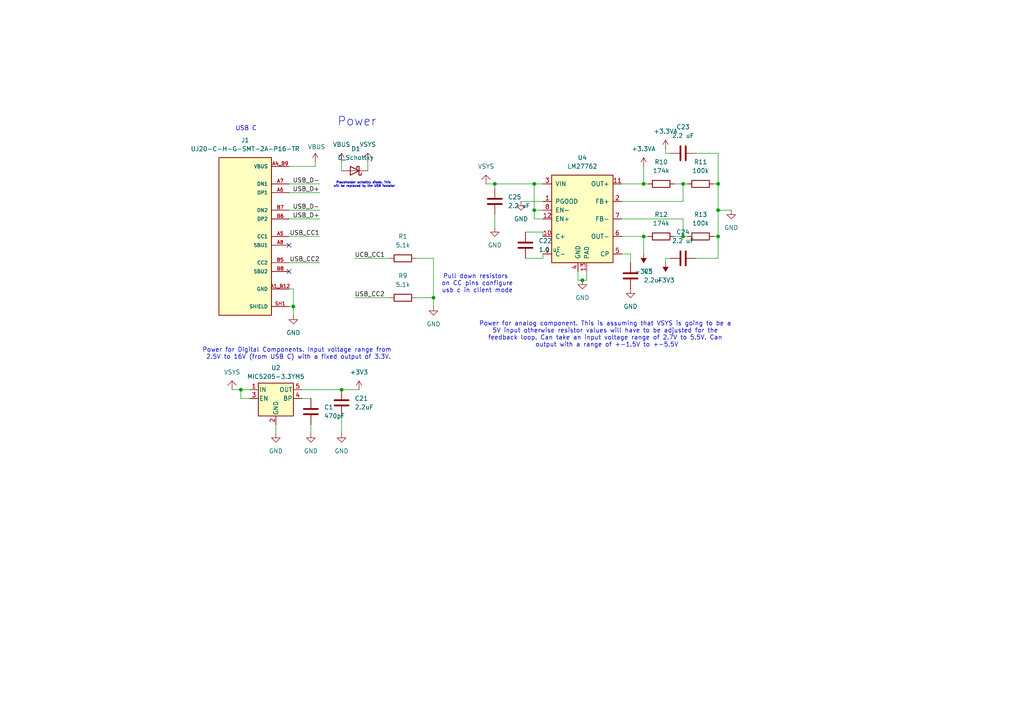
<source format=kicad_sch>
(kicad_sch (version 20250114) (generator "eeschema") (generator_version "9.0")
  (paper "A4")
  (lib_symbols
    (symbol "+3V3_3" (power) (pin_numbers (hide yes)) (pin_names (offset 0) (hide yes))
      (property "Value" "+3V3" (at 0 3.556 0))
      (symbol "+3V3_3_0_1"
        (polyline (pts (xy -0.762 1.27) (xy 0 2.54)))
        (polyline (pts (xy 0 2.54) (xy 0.762 1.27)))
        (polyline (pts (xy 0 0) (xy 0 2.54)))
      )
      (symbol "+3V3_3_1_1"
        (pin power_in line (at 0 0 90) (length 0) (name "~") (number "1"))
      )
    )
    (symbol "Device:C" (pin_numbers (hide yes)) (pin_names (offset 0.254))
      (property "Reference" "C" (at 0.635 2.54 0))
      (property "Value" "C" (at 0.635 -2.54 0))
      (symbol "C_0_1"
        (polyline (pts (xy -2.032 0.762) (xy 2.032 0.762)) (stroke (width 0.508)))
        (polyline (pts (xy -2.032 -0.762) (xy 2.032 -0.762)) (stroke (width 0.508)))
      )
      (symbol "C_1_1"
        (pin passive line (at 0 3.81 270) (length 2.794) (name "~") (number "1"))
        (pin passive line (at 0 -3.81 90) (length 2.794) (name "~") (number "2"))
      )
    )
    (symbol "Device:D_Schottky" (pin_numbers (hide yes)) (pin_names (offset 1.016) (hide yes))
      (property "Reference" "D" (at 0 2.54 0))
      (property "Value" "D_Schottky" (at 0 -2.54 0))
      (symbol "D_Schottky_0_1"
        (polyline (pts (xy -1.905 0.635) (xy -1.905 1.27) (xy -1.27 1.27) (xy -1.27 -1.27) (xy -0.635 -1.27) (xy -0.635 -0.635)) (stroke (width 0.254)))
        (polyline (pts (xy 1.27 1.27) (xy 1.27 -1.27) (xy -1.27 0) (xy 1.27 1.27)) (stroke (width 0.254)))
        (polyline (pts (xy 1.27 0) (xy -1.27 0)))
      )
      (symbol "D_Schottky_1_1"
        (pin passive line (at -3.81 0 0) (length 2.54) (name "K") (number "1"))
        (pin passive line (at 3.81 0 180) (length 2.54) (name "A") (number "2"))
      )
    )
    (symbol "Device:R" (pin_numbers (hide yes)) (pin_names (offset 0))
      (property "Reference" "R" (at 2.032 0 90))
      (property "Value" "R" (at 0 0 90))
      (symbol "R_0_1"
        (rectangle (start -1.016 -2.54) (end 1.016 2.54) (stroke (width 0.254)))
      )
      (symbol "R_1_1"
        (pin passive line (at 0 3.81 270) (length 1.27) (name "~") (number "1"))
        (pin passive line (at 0 -3.81 90) (length 1.27) (name "~") (number "2"))
      )
    )
    (symbol "GND_10" (power) (pin_numbers (hide yes)) (pin_names (offset 0) (hide yes))
      (property "Value" "GND" (at 0 -3.81 0))
      (symbol "GND_10_0_1"
        (polyline (pts (xy 0 0) (xy 0 -1.27) (xy 1.27 -1.27) (xy 0 -2.54) (xy -1.27 -1.27) (xy 0 -1.27)))
      )
      (symbol "GND_10_1_1"
        (pin power_in line (at 0 0 270) (length 0) (name "~") (number "1"))
      )
    )
    (symbol "GND_11" (power) (pin_numbers (hide yes)) (pin_names (offset 0) (hide yes))
      (property "Value" "GND" (at 0 -3.81 0))
      (symbol "GND_11_0_1"
        (polyline (pts (xy 0 0) (xy 0 -1.27) (xy 1.27 -1.27) (xy 0 -2.54) (xy -1.27 -1.27) (xy 0 -1.27)))
      )
      (symbol "GND_11_1_1"
        (pin power_in line (at 0 0 270) (length 0) (name "~") (number "1"))
      )
    )
    (symbol "GND_12" (power) (pin_numbers (hide yes)) (pin_names (offset 0) (hide yes))
      (property "Value" "GND" (at 0 -3.81 0))
      (symbol "GND_12_0_1"
        (polyline (pts (xy 0 0) (xy 0 -1.27) (xy 1.27 -1.27) (xy 0 -2.54) (xy -1.27 -1.27) (xy 0 -1.27)))
      )
      (symbol "GND_12_1_1"
        (pin power_in line (at 0 0 270) (length 0) (name "~") (number "1"))
      )
    )
    (symbol "GND_3" (power) (pin_numbers (hide yes)) (pin_names (offset 0) (hide yes))
      (property "Value" "GND" (at 0 -3.81 0))
      (symbol "GND_3_0_1"
        (polyline (pts (xy 0 0) (xy 0 -1.27) (xy 1.27 -1.27) (xy 0 -2.54) (xy -1.27 -1.27) (xy 0 -1.27)))
      )
      (symbol "GND_3_1_1"
        (pin power_in line (at 0 0 270) (length 0) (name "~") (number "1"))
      )
    )
    (symbol "GND_4" (power) (pin_numbers (hide yes)) (pin_names (offset 0) (hide yes))
      (property "Value" "GND" (at 0 -3.81 0))
      (symbol "GND_4_0_1"
        (polyline (pts (xy 0 0) (xy 0 -1.27) (xy 1.27 -1.27) (xy 0 -2.54) (xy -1.27 -1.27) (xy 0 -1.27)))
      )
      (symbol "GND_4_1_1"
        (pin power_in line (at 0 0 270) (length 0) (name "~") (number "1"))
      )
    )
    (symbol "GND_5" (power) (pin_numbers (hide yes)) (pin_names (offset 0) (hide yes))
      (property "Value" "GND" (at 0 -3.81 0))
      (symbol "GND_5_0_1"
        (polyline (pts (xy 0 0) (xy 0 -1.27) (xy 1.27 -1.27) (xy 0 -2.54) (xy -1.27 -1.27) (xy 0 -1.27)))
      )
      (symbol "GND_5_1_1"
        (pin power_in line (at 0 0 270) (length 0) (name "~") (number "1"))
      )
    )
    (symbol "GND_6" (power) (pin_numbers (hide yes)) (pin_names (offset 0) (hide yes))
      (property "Value" "GND" (at 0 -3.81 0))
      (symbol "GND_6_0_1"
        (polyline (pts (xy 0 0) (xy 0 -1.27) (xy 1.27 -1.27) (xy 0 -2.54) (xy -1.27 -1.27) (xy 0 -1.27)))
      )
      (symbol "GND_6_1_1"
        (pin power_in line (at 0 0 270) (length 0) (name "~") (number "1"))
      )
    )
    (symbol "GND_7" (power) (pin_numbers (hide yes)) (pin_names (offset 0) (hide yes))
      (property "Value" "GND" (at 0 -3.81 0))
      (symbol "GND_7_0_1"
        (polyline (pts (xy 0 0) (xy 0 -1.27) (xy 1.27 -1.27) (xy 0 -2.54) (xy -1.27 -1.27) (xy 0 -1.27)))
      )
      (symbol "GND_7_1_1"
        (pin power_in line (at 0 0 270) (length 0) (name "~") (number "1"))
      )
    )
    (symbol "GND_8" (power) (pin_numbers (hide yes)) (pin_names (offset 0) (hide yes))
      (property "Value" "GND" (at 0 -3.81 0))
      (symbol "GND_8_0_1"
        (polyline (pts (xy 0 0) (xy 0 -1.27) (xy 1.27 -1.27) (xy 0 -2.54) (xy -1.27 -1.27) (xy 0 -1.27)))
      )
      (symbol "GND_8_1_1"
        (pin power_in line (at 0 0 270) (length 0) (name "~") (number "1"))
      )
    )
    (symbol "GND_9" (power) (pin_numbers (hide yes)) (pin_names (offset 0) (hide yes))
      (property "Value" "GND" (at 0 -3.81 0))
      (symbol "GND_9_0_1"
        (polyline (pts (xy 0 0) (xy 0 -1.27) (xy 1.27 -1.27) (xy 0 -2.54) (xy -1.27 -1.27) (xy 0 -1.27)))
      )
      (symbol "GND_9_1_1"
        (pin power_in line (at 0 0 270) (length 0) (name "~") (number "1"))
      )
    )
    (symbol "Regulator_Linear:MIC5205-3.3YM5" (pin_names (offset 0.254))
      (property "Reference" "U" (at -3.81 5.715 0))
      (property "Value" "MIC5205-3.3YM5" (at 0 5.715 0))
      (symbol "MIC5205-3.3YM5_0_1"
        (rectangle (start -5.08 4.445) (end 5.08 -5.08) (stroke (width 0.254)) (fill (type background)))
      )
      (symbol "MIC5205-3.3YM5_1_1"
        (pin power_in line (at -7.62 2.54 0) (length 2.54) (name "IN") (number "1"))
        (pin input line (at -7.62 0 0) (length 2.54) (name "EN") (number "3"))
        (pin power_in line (at 0 -7.62 90) (length 2.54) (name "GND") (number "2"))
        (pin power_out line (at 7.62 2.54 180) (length 2.54) (name "OUT") (number "5"))
        (pin input line (at 7.62 0 180) (length 2.54) (name "BP") (number "4"))
      )
    )
    (symbol "Regulator_SwitchedCapacitor:LM27762" (pin_names (offset 1.016))
      (property "Reference" "U" (at -6.604 8.89 0))
      (property "Value" "LM27762" (at 6.096 8.89 0))
      (symbol "LM27762_0_1"
        (rectangle (start -7.62 7.62) (end 10.16 -17.78) (stroke (width 0.254)) (fill (type background)))
      )
      (symbol "LM27762_1_1"
        (pin power_in line (at -10.16 5.08 0) (length 2.54) (name "VIN") (number "3"))
        (pin open_collector line (at -10.16 0 0) (length 2.54) (name "PGOOD") (number "1"))
        (pin input line (at -10.16 -2.54 0) (length 2.54) (name "EN-") (number "8"))
        (pin input line (at -10.16 -5.08 0) (length 2.54) (name "EN+") (number "12"))
        (pin passive line (at -10.16 -10.16 0) (length 2.54) (name "C+") (number "10"))
        (pin passive line (at -10.16 -15.24 0) (length 2.54) (name "C-") (number "9"))
        (pin power_in line (at 0 -20.32 90) (length 2.54) (name "GND") (number "4"))
        (pin power_in line (at 2.54 -20.32 90) (length 2.54) (name "PAD") (number "13"))
        (pin power_out line (at 12.7 5.08 180) (length 2.54) (name "OUT+") (number "11"))
        (pin input line (at 12.7 0 180) (length 2.54) (name "FB+") (number "2"))
        (pin input line (at 12.7 -5.08 180) (length 2.54) (name "FB-") (number "7"))
        (pin power_out line (at 12.7 -10.16 180) (length 2.54) (name "OUT-") (number "6"))
        (pin passive line (at 12.7 -15.24 180) (length 2.54) (name "CP") (number "5"))
      )
    )
    (symbol "UJ20-C-H-G-SMT-1-P16-TR:UJ20-C-H-G-SMT-1-P16-TR" (pin_names (offset 1.016))
      (property "Reference" "J" (at -7.62 23.622 0))
      (property "Value" "UJ20-C-H-G-SMT-1-P16-TR" (at -7.62 -23.622 0))
      (symbol "UJ20-C-H-G-SMT-1-P16-TR_0_0"
        (rectangle (start -7.62 -22.86) (end 7.62 22.86) (stroke (width 0.254)) (fill (type background)))
        (pin passive line (at 12.7 20.32 180) (length 5.08) (name "VBUS") (number "A4_B9"))
        (pin passive line (at 12.7 20.32 180) (length 5.08) (hide yes) (name "VBUS") (number "B4_A9"))
        (pin passive line (at 12.7 15.24 180) (length 5.08) (name "DN1") (number "A7"))
        (pin passive line (at 12.7 12.7 180) (length 5.08) (name "DP1") (number "A6"))
        (pin passive line (at 12.7 7.62 180) (length 5.08) (name "DN2") (number "B7"))
        (pin passive line (at 12.7 5.08 180) (length 5.08) (name "DP2") (number "B6"))
        (pin passive line (at 12.7 0 180) (length 5.08) (name "CC1") (number "A5"))
        (pin passive line (at 12.7 -2.54 180) (length 5.08) (name "SBU1") (number "A8"))
        (pin passive line (at 12.7 -7.62 180) (length 5.08) (name "CC2") (number "B5"))
        (pin passive line (at 12.7 -10.16 180) (length 5.08) (name "SBU2") (number "B8"))
        (pin passive line (at 12.7 -15.24 180) (length 5.08) (name "GND") (number "A1_B12"))
        (pin passive line (at 12.7 -15.24 180) (length 5.08) (hide yes) (name "GND") (number "B1_A12"))
        (pin passive line (at 12.7 -20.32 180) (length 5.08) (name "SHIELD") (number "SH1"))
        (pin passive line (at 12.7 -20.32 180) (length 5.08) (hide yes) (name "SHIELD") (number "SH2"))
        (pin passive line (at 12.7 -20.32 180) (length 5.08) (hide yes) (name "SHIELD") (number "SH3"))
        (pin passive line (at 12.7 -20.32 180) (length 5.08) (hide yes) (name "SHIELD") (number "SH4"))
      )
    )
    (symbol "VBUS_1" (power) (pin_numbers (hide yes)) (pin_names (offset 0) (hide yes))
      (property "Value" "VBUS" (at 0 3.556 0))
      (symbol "VBUS_1_0_1"
        (polyline (pts (xy -0.762 1.27) (xy 0 2.54)))
        (polyline (pts (xy 0 2.54) (xy 0.762 1.27)))
        (polyline (pts (xy 0 0) (xy 0 2.54)))
      )
      (symbol "VBUS_1_1_1"
        (pin power_in line (at 0 0 90) (length 0) (name "~") (number "1"))
      )
    )
    (symbol "VSYS:VSYS" (power) (in_bom no) (on_board no)
      (property "Value" "VSYS" (at 0 0 0))
      (symbol "VSYS_0_1"
        (polyline (pts (xy 0 2.54) (xy -1.27 1.27)))
        (polyline (pts (xy 0 0) (xy 0 2.54) (xy 1.27 1.27)))
      )
      (symbol "VSYS_1_1"
        (pin power_in line (at 0 0 90) (length 0) (hide yes) (name "VSYS") (number "1"))
      )
    )
    (symbol "power:+3.3VA" (power) (pin_numbers (hide yes)) (pin_names (offset 0) (hide yes))
      (property "Value" "+3.3VA" (at 0 3.556 0))
      (symbol "+3.3VA_0_1"
        (polyline (pts (xy -0.762 1.27) (xy 0 2.54)))
        (polyline (pts (xy 0 2.54) (xy 0.762 1.27)))
        (polyline (pts (xy 0 0) (xy 0 2.54)))
      )
      (symbol "+3.3VA_1_1"
        (pin power_in line (at 0 0 90) (length 0) (name "~") (number "1"))
      )
    )
    (symbol "power:-3V3" (power) (pin_numbers (hide yes)) (pin_names (offset 0) (hide yes))
      (property "Value" "-3V3" (at 0 3.556 0))
      (symbol "-3V3_0_0"
        (pin power_in line (at 0 0 90) (length 0) (name "~") (number "1"))
      )
      (symbol "-3V3_0_1"
        (polyline (pts (xy 0 0) (xy 0 1.27) (xy 0.762 1.27) (xy 0 2.54) (xy -0.762 1.27) (xy 0 1.27)) (fill (type outline)))
      )
    )
    (symbol "power:VBUS" (power) (pin_names (offset 0))
      (property "Value" "VBUS" (at 0 3.81 0))
      (symbol "VBUS_0_1"
        (polyline (pts (xy -0.762 1.27) (xy 0 2.54)))
        (polyline (pts (xy 0 2.54) (xy 0.762 1.27)))
        (polyline (pts (xy 0 0) (xy 0 2.54)))
      )
      (symbol "VBUS_1_1"
        (pin power_in line (at 0 0 90) (length 0) (hide yes) (name "VBUS") (number "1"))
      )
    )
  )
  (text "Pull down resistors \non CC pins configure\nusb c in client mode" (at 138.43 82.296 0) (effects (font (size 1.27 1.27))))
  (text "USB C" (at 71.374 37.338 0) (effects (font (size 1.27 1.27))))
  (text "Power for analog component. This is assuming that VSYS is going to be a \n5V input otherwise resistor values will have to be adjusted for the \nfeedback loop. Can take an input voltage range of 2.7V to 5.5V. Can \noutput with a range of +-1.5V to +-5.5V" (at 176.022 97.028 0) (effects (font (size 1.27 1.27))))
  (text "Power for Digital Components. Input voltage range from \n2.5V to 16V (from USB C) with a fixed output of 3.3V.\n" (at 86.614 102.616 0) (effects (font (size 1.27 1.27))))
  (text "Placeholder schottky diode. This \nwill be replaced by the USB isolator" (at 105.664 53.594 0) (effects (font (size 0.635 0.635))))
  (text "Power" (at 97.79 36.83 0) (effects (font (size 2.54 2.54)) (justify left bottom)))
  (junction (at 208.28 53.34))
  (junction (at 168.91 81.28))
  (junction (at 186.69 53.34))
  (junction (at 125.73 86.36))
  (junction (at 85.09 88.9))
  (junction (at 186.69 68.58))
  (junction (at 99.06 113.03))
  (junction (at 69.85 113.03))
  (junction (at 198.12 53.34))
  (junction (at 208.28 60.96))
  (junction (at 208.28 68.58))
  (junction (at 143.51 53.34))
  (junction (at 154.94 53.34))
  (junction (at 198.12 68.58))
  (junction (at 154.94 60.96))
  (no_connect (at 83.82 78.74))
  (no_connect (at 83.82 71.12))
  (wire (pts (xy 72.39 115.57) (xy 69.85 115.57)))
  (wire (pts (xy 180.34 63.5) (xy 198.12 63.5)))
  (wire (pts (xy 208.28 60.96) (xy 212.09 60.96)))
  (wire (pts (xy 69.85 115.57) (xy 69.85 113.03)))
  (wire (pts (xy 85.09 88.9) (xy 83.82 88.9)))
  (wire (pts (xy 198.12 63.5) (xy 198.12 68.58)))
  (wire (pts (xy 157.48 60.96) (xy 154.94 60.96)))
  (wire (pts (xy 83.82 48.26) (xy 91.44 48.26)))
  (wire (pts (xy 208.28 74.93) (xy 208.28 68.58)))
  (wire (pts (xy 83.82 60.96) (xy 92.71 60.96)))
  (wire (pts (xy 193.04 76.2) (xy 193.04 74.93)))
  (wire (pts (xy 125.73 74.93) (xy 125.73 86.36)))
  (wire (pts (xy 193.04 44.45) (xy 194.31 44.45)))
  (wire (pts (xy 195.58 68.58) (xy 198.12 68.58)))
  (wire (pts (xy 157.48 67.31) (xy 152.4 67.31)))
  (wire (pts (xy 154.94 63.5) (xy 154.94 60.96)))
  (wire (pts (xy 193.04 74.93) (xy 194.31 74.93)))
  (wire (pts (xy 198.12 53.34) (xy 199.39 53.34)))
  (wire (pts (xy 154.94 60.96) (xy 154.94 53.34)))
  (wire (pts (xy 195.58 53.34) (xy 198.12 53.34)))
  (wire (pts (xy 83.82 68.58) (xy 92.71 68.58)))
  (wire (pts (xy 83.82 63.5) (xy 92.71 63.5)))
  (wire (pts (xy 198.12 58.42) (xy 198.12 53.34)))
  (wire (pts (xy 186.69 68.58) (xy 186.69 73.66)))
  (wire (pts (xy 125.73 86.36) (xy 125.73 88.9)))
  (wire (pts (xy 83.82 53.34) (xy 92.71 53.34)))
  (wire (pts (xy 180.34 68.58) (xy 186.69 68.58)))
  (wire (pts (xy 167.64 78.74) (xy 167.64 81.28)))
  (wire (pts (xy 180.34 53.34) (xy 186.69 53.34)))
  (wire (pts (xy 83.82 76.2) (xy 92.71 76.2)))
  (wire (pts (xy 80.01 123.19) (xy 80.01 125.73)))
  (wire (pts (xy 140.97 53.34) (xy 143.51 53.34)))
  (wire (pts (xy 143.51 53.34) (xy 143.51 54.61)))
  (wire (pts (xy 208.28 68.58) (xy 208.28 60.96)))
  (wire (pts (xy 157.48 74.93) (xy 157.48 73.66)))
  (wire (pts (xy 67.31 113.03) (xy 69.85 113.03)))
  (wire (pts (xy 201.93 74.93) (xy 208.28 74.93)))
  (wire (pts (xy 157.48 68.58) (xy 157.48 67.31)))
  (wire (pts (xy 170.18 81.28) (xy 168.91 81.28)))
  (wire (pts (xy 193.04 43.18) (xy 193.04 44.45)))
  (wire (pts (xy 90.17 123.19) (xy 90.17 125.73)))
  (wire (pts (xy 69.85 113.03) (xy 72.39 113.03)))
  (wire (pts (xy 180.34 58.42) (xy 198.12 58.42)))
  (wire (pts (xy 182.88 73.66) (xy 182.88 76.2)))
  (wire (pts (xy 186.69 53.34) (xy 187.96 53.34)))
  (wire (pts (xy 99.06 113.03) (xy 104.14 113.03)))
  (wire (pts (xy 83.82 83.82) (xy 85.09 83.82)))
  (wire (pts (xy 207.01 53.34) (xy 208.28 53.34)))
  (wire (pts (xy 154.94 53.34) (xy 157.48 53.34)))
  (wire (pts (xy 99.06 46.99) (xy 99.06 49.53)))
  (wire (pts (xy 170.18 78.74) (xy 170.18 81.28)))
  (wire (pts (xy 120.65 74.93) (xy 125.73 74.93)))
  (wire (pts (xy 186.69 48.26) (xy 186.69 53.34)))
  (wire (pts (xy 186.69 68.58) (xy 187.96 68.58)))
  (wire (pts (xy 201.93 44.45) (xy 208.28 44.45)))
  (wire (pts (xy 151.13 58.42) (xy 157.48 58.42)))
  (wire (pts (xy 102.87 74.93) (xy 113.03 74.93)))
  (wire (pts (xy 87.63 113.03) (xy 99.06 113.03)))
  (wire (pts (xy 120.65 86.36) (xy 125.73 86.36)))
  (wire (pts (xy 208.28 44.45) (xy 208.28 53.34)))
  (wire (pts (xy 180.34 73.66) (xy 182.88 73.66)))
  (wire (pts (xy 207.01 68.58) (xy 208.28 68.58)))
  (wire (pts (xy 87.63 115.57) (xy 90.17 115.57)))
  (wire (pts (xy 91.44 46.99) (xy 91.44 48.26)))
  (wire (pts (xy 85.09 83.82) (xy 85.09 88.9)))
  (wire (pts (xy 106.68 46.99) (xy 106.68 49.53)))
  (wire (pts (xy 143.51 62.23) (xy 143.51 66.04)))
  (wire (pts (xy 102.87 86.36) (xy 113.03 86.36)))
  (wire (pts (xy 85.09 88.9) (xy 85.09 91.44)))
  (wire (pts (xy 208.28 53.34) (xy 208.28 60.96)))
  (wire (pts (xy 83.82 55.88) (xy 92.71 55.88)))
  (wire (pts (xy 143.51 53.34) (xy 154.94 53.34)))
  (wire (pts (xy 198.12 68.58) (xy 199.39 68.58)))
  (wire (pts (xy 157.48 63.5) (xy 154.94 63.5)))
  (wire (pts (xy 152.4 74.93) (xy 157.48 74.93)))
  (wire (pts (xy 99.06 125.73) (xy 99.06 120.65)))
  (wire (pts (xy 167.64 81.28) (xy 168.91 81.28)))
  (label "USB_D-" (at 92.71 60.96 180))
  (label "USB_CC2" (at 102.87 86.36 0))
  (label "UCB_CC1" (at 102.87 74.93 0))
  (label "USB_CC2" (at 92.71 76.2 180))
  (label "USB_D+" (at 92.71 55.88 180))
  (label "USB_D+" (at 92.71 63.5 180))
  (label "USB_CC1" (at 92.71 68.58 180))
  (label "USB_D-" (at 92.71 53.34 180))
  (symbol (lib_id "power:VBUS") (at 91.44 46.99 0) (unit 1)
    (property "Reference" "#PWR02" (effects (hide yes)))
    (property "Value" "VBUS" (at 91.821 42.5958 0))
  )
  (symbol (lib_id "power:+3.3VA") (at 186.69 48.26 0) (unit 1)
    (property "Reference" "#PWR040" (effects (hide yes)))
    (property "Value" "+3.3VA" (at 186.69 43.18 0))
    (property "Description" "Power symbol creates a global label with name \"+3.3VA\"" (effects (hide yes)))
  )
  (symbol (lib_id "power:+3.3VA") (at 193.04 43.18 0) (unit 1)
    (property "Reference" "#PWR041" (effects (hide yes)))
    (property "Value" "+3.3VA" (at 193.04 38.1 0))
    (property "Description" "Power symbol creates a global label with name \"+3.3VA\"" (effects (hide yes)))
  )
  (symbol (lib_id "VSYS:VSYS") (at 140.97 53.34 0) (unit 1) (in_bom no) (on_board no)
    (property "Reference" "#PWR037" (effects (hide yes)))
    (property "Value" "VSYS" (at 140.97 48.26 0))
  )
  (symbol (lib_name "GND_3") (lib_id "power:GND") (at 85.09 91.44 0) (unit 1)
    (property "Reference" "#PWR025" (effects (hide yes)))
    (property "Value" "GND" (at 85.09 96.52 0))
    (property "Description" "Power symbol creates a global label with name \"GND\" , ground" (effects (hide yes)))
  )
  (symbol (lib_name "GND_5") (lib_id "power:GND") (at 80.01 125.73 0) (unit 1)
    (property "Reference" "#PWR01" (effects (hide yes)))
    (property "Value" "GND" (at 80.01 130.81 0))
    (property "Description" "Power symbol creates a global label with name \"GND\" , ground" (effects (hide yes)))
  )
  (symbol (lib_id "Device:R") (at 116.84 74.93 90) (unit 1)
    (property "Reference" "R1" (at 116.84 68.58 90))
    (property "Value" "5.1k" (at 116.84 71.12 90))
    (property "Description" "Resistor" (effects (hide yes)))
  )
  (symbol (lib_id "Device:R") (at 203.2 68.58 270) (unit 1)
    (property "Reference" "R13" (at 203.2 62.23 90))
    (property "Value" "100k" (at 203.2 64.77 90))
    (property "Description" "Resistor" (effects (hide yes)))
  )
  (symbol (lib_id "Device:C") (at 198.12 44.45 90) (unit 1)
    (property "Reference" "C23" (at 198.12 36.83 90))
    (property "Value" "2.2 uF" (at 198.12 39.37 90))
    (property "Description" "Unpolarized capacitor" (effects (hide yes)))
  )
  (symbol (lib_id "Device:C") (at 90.17 119.38 0) (unit 1)
    (property "Reference" "C1" (at 93.98 118.1099 0) (effects (justify left)))
    (property "Value" "470pF" (at 93.98 120.6499 0) (effects (justify left)))
    (property "Description" "Unpolarized capacitor" (effects (hide yes)))
  )
  (symbol (lib_name "VBUS_1") (lib_id "power:VBUS") (at 99.06 46.99 0) (unit 1)
    (property "Reference" "#PWR029" (effects (hide yes)))
    (property "Value" "VBUS" (at 99.06 41.91 0))
    (property "Description" "Power symbol creates a global label with name \"VBUS\"" (effects (hide yes)))
  )
  (symbol (lib_id "Regulator_Linear:MIC5205-3.3YM5") (at 80.01 115.57 0) (unit 1)
    (property "Reference" "U2" (at 80.01 106.68 0))
    (property "Value" "MIC5205-3.3YM5" (at 80.01 109.22 0))
    (property "Footprint" "Package_TO_SOT_SMD:SOT-23-5" (effects (hide yes)))
    (property "Datasheet" "http://ww1.microchip.com/downloads/en/DeviceDoc/20005785A.pdf" (effects (hide yes)))
    (property "Description" "150mA low dropout linear regulator, fixed 3.3V output, SOT-23-5" (effects (hide yes)))
    (property "Price" "$0.54" (effects (hide yes)))
    (property "Purchase Link" "https://www.digikey.com/en/products/detail/microchip-technology/MIC5205-3-3YM5-TR/771728" (effects (hide yes)))
  )
  (symbol (lib_id "VSYS:VSYS") (at 67.31 113.03 0) (unit 1) (in_bom no) (on_board no)
    (property "Reference" "#PWR010" (effects (hide yes)))
    (property "Value" "VSYS" (at 67.31 107.95 0))
  )
  (symbol (lib_id "VSYS:VSYS") (at 106.68 46.99 0) (unit 1) (in_bom no) (on_board no)
    (property "Reference" "#PWR030" (effects (hide yes)))
    (property "Value" "VSYS" (at 106.68 41.91 0))
  )
  (symbol (lib_id "Device:C") (at 182.88 80.01 0) (unit 1)
    (property "Reference" "C5" (at 186.69 78.7399 0) (effects (justify left)))
    (property "Value" "2.2uF" (at 186.69 81.2799 0) (effects (justify left)))
    (property "Description" "Unpolarized capacitor" (effects (hide yes)))
  )
  (symbol (lib_id "Device:C") (at 198.12 74.93 90) (unit 1)
    (property "Reference" "C24" (at 198.12 67.31 90))
    (property "Value" "2.2 uF" (at 198.12 69.85 90))
    (property "Description" "Unpolarized capacitor" (effects (hide yes)))
  )
  (symbol (lib_id "UJ20-C-H-G-SMT-1-P16-TR:UJ20-C-H-G-SMT-1-P16-TR") (at 71.12 68.58 0) (unit 1)
    (property "Reference" "J1" (at 71.12 40.64 0))
    (property "Value" "UJ20-C-H-G-SMT-2A-P16-TR" (at 71.12 43.18 0))
    (property "Footprint" "UJ20-C-H-G-SMT-1-P16-TR:SAMESKY_UJ20-C-H-G-SMT-1-P16-TR" (effects (hide yes)))
    (property "Datasheet" "https://www.sameskydevices.com/product/resource/uj20-c-h-g-smt-2a-p16-tr.pdf" (effects (hide yes)))
    (property "Description" "USB C 2.0 Receptacle" (effects (hide yes)))
    (property "MF" "Same Sky" (effects (hide yes)))
    (property "MAXIMUM_PACKAGE_HEIGHT" "3.46mm" (effects (hide yes)))
    (property "Package" "None" (effects (hide yes)))
    (property "Price" "$0.35" (effects (hide yes)))
    (property "Check_prices" "https://www.snapeda.com/parts/UJ20-C-H-G-SMT-1-P16-TR/Same+Sky/view-part/?ref=eda" (effects (hide yes)))
    (property "STANDARD" "Manufacturer Recommendations" (effects (hide yes)))
    (property "PARTREV" "1.0" (effects (hide yes)))
    (property "SnapEDA_Link" "https://www.snapeda.com/parts/UJ20-C-H-G-SMT-1-P16-TR/Same+Sky/view-part/?ref=snap" (effects (hide yes)))
    (property "MP" "UJ20-C-H-G-SMT-1-P16-TR" (effects (hide yes)))
    (property "Description_1" "USB-C (USB TYPE-C) USB 2.0 Receptacle Connector 24 (16+8 Dummy) Position Surface Mount, Right Angle; Through Hole" (effects (hide yes)))
    (property "Availability" "In Stock" (effects (hide yes)))
    (property "MANUFACTURER" "Same Sky" (effects (hide yes)))
    (property "Purchase Link" "https://www.digikey.com/en/products/detail/same-sky-formerly-cui-devices/UJ20-C-H-G-SMT-2A-P16-TR/28173573" (effects (hide yes)))
  )
  (symbol (lib_name "GND_12") (lib_id "power:GND") (at 143.51 66.04 0) (unit 1)
    (property "Reference" "#PWR044" (effects (hide yes)))
    (property "Value" "GND" (at 143.51 71.12 0))
    (property "Description" "Power symbol creates a global label with name \"GND\" , ground" (effects (hide yes)))
  )
  (symbol (lib_name "GND_10") (lib_id "power:GND") (at 151.13 58.42 0) (unit 1)
    (property "Reference" "#PWR038" (effects (hide yes)))
    (property "Value" "GND" (at 151.13 63.5 0))
    (property "Description" "Power symbol creates a global label with name \"GND\" , ground" (effects (hide yes)))
  )
  (symbol (lib_id "Device:R") (at 191.77 68.58 270) (unit 1)
    (property "Reference" "R12" (at 191.77 62.23 90))
    (property "Value" "174k" (at 191.77 64.77 90))
    (property "Description" "Resistor" (effects (hide yes)))
  )
  (symbol (lib_id "Device:C") (at 143.51 58.42 0) (unit 1)
    (property "Reference" "C25" (at 147.32 57.1499 0) (effects (justify left)))
    (property "Value" "2.2 uF" (at 147.32 59.6899 0) (effects (justify left)))
    (property "Description" "Unpolarized capacitor" (effects (hide yes)))
  )
  (symbol (lib_id "Device:R") (at 116.84 86.36 90) (unit 1)
    (property "Reference" "R9" (at 116.84 80.01 90))
    (property "Value" "5.1k" (at 116.84 82.55 90))
    (property "Description" "Resistor" (effects (hide yes)))
  )
  (symbol (lib_name "GND_6") (lib_id "power:GND") (at 90.17 125.73 0) (unit 1)
    (property "Reference" "#PWR03" (effects (hide yes)))
    (property "Value" "GND" (at 90.17 130.81 0))
    (property "Description" "Power symbol creates a global label with name \"GND\" , ground" (effects (hide yes)))
  )
  (symbol (lib_id "Device:C") (at 152.4 71.12 0) (unit 1)
    (property "Reference" "C22" (at 156.21 69.8499 0) (effects (justify left)))
    (property "Value" "1.0 uF" (at 156.21 72.3899 0) (effects (justify left)))
    (property "Description" "Unpolarized capacitor" (effects (hide yes)))
  )
  (symbol (lib_name "GND_4") (lib_id "power:GND") (at 125.73 88.9 0) (unit 1)
    (property "Reference" "#PWR026" (effects (hide yes)))
    (property "Value" "GND" (at 125.73 93.98 0))
    (property "Description" "Power symbol creates a global label with name \"GND\" , ground" (effects (hide yes)))
  )
  (symbol (lib_id "Device:R") (at 203.2 53.34 270) (unit 1)
    (property "Reference" "R11" (at 203.2 46.99 90))
    (property "Value" "100k" (at 203.2 49.53 90))
    (property "Description" "Resistor" (effects (hide yes)))
  )
  (symbol (lib_id "Device:R") (at 191.77 53.34 90) (unit 1)
    (property "Reference" "R10" (at 191.77 46.99 90))
    (property "Value" "174k" (at 191.77 49.53 90))
    (property "Description" "Resistor" (effects (hide yes)))
  )
  (symbol (lib_id "Device:C") (at 99.06 116.84 0) (unit 1)
    (property "Reference" "C21" (at 102.87 115.5699 0) (effects (justify left)))
    (property "Value" "2.2uF" (at 102.87 118.1099 0) (effects (justify left)))
    (property "Description" "Unpolarized capacitor" (effects (hide yes)))
  )
  (symbol (lib_name "GND_11") (lib_id "power:GND") (at 212.09 60.96 0) (unit 1)
    (property "Reference" "#PWR039" (effects (hide yes)))
    (property "Value" "GND" (at 212.09 66.04 0))
    (property "Description" "Power symbol creates a global label with name \"GND\" , ground" (effects (hide yes)))
  )
  (symbol (lib_id "power:-3V3") (at 186.69 73.66 180) (unit 1)
    (property "Reference" "#PWR042" (effects (hide yes)))
    (property "Value" "-3V3" (at 186.69 78.74 0))
    (property "Description" "Power symbol creates a global label with name \"-3V3\"" (effects (hide yes)))
  )
  (symbol (lib_name "GND_7") (lib_id "power:GND") (at 99.06 125.73 0) (unit 1)
    (property "Reference" "#PWR08" (effects (hide yes)))
    (property "Value" "GND" (at 99.06 130.81 0))
    (property "Description" "Power symbol creates a global label with name \"GND\" , ground" (effects (hide yes)))
  )
  (symbol (lib_id "Regulator_SwitchedCapacitor:LM27762") (at 167.64 58.42 0) (unit 1)
    (property "Reference" "U4" (at 168.91 45.72 0))
    (property "Value" "LM27762" (at 168.91 48.26 0))
    (property "Footprint" "Package_SON:WSON-12-1EP_3x2mm_P0.5mm_EP1x2.65_ThermalVias" (effects (hide yes)))
    (property "Datasheet" "http://www.ti.com/lit/ds/symlink/lm27762.pdf" (effects (hide yes)))
    (property "Description" "Low-noise inverting charge pump with both positive and negative LDO's, with 2.7V-5.5V input to +1.5 to +5V and -1.5 to -5V Output Voltage, WSON-12" (effects (hide yes)))
    (property "Price" "$0.76" (effects (hide yes)))
    (property "Purchase Link" "https://www.ti.com/product/LM27762" (effects (hide yes)))
  )
  (symbol (lib_name "GND_8") (lib_id "power:GND") (at 168.91 81.28 0) (unit 1)
    (property "Reference" "#PWR035" (effects (hide yes)))
    (property "Value" "GND" (at 168.91 86.36 0))
    (property "Description" "Power symbol creates a global label with name \"GND\" , ground" (effects (hide yes)))
  )
  (symbol (lib_name "GND_9") (lib_id "power:GND") (at 182.88 83.82 0) (unit 1)
    (property "Reference" "#PWR036" (effects (hide yes)))
    (property "Value" "GND" (at 182.88 88.9 0))
    (property "Description" "Power symbol creates a global label with name \"GND\" , ground" (effects (hide yes)))
  )
  (symbol (lib_name "+3V3_3") (lib_id "power:+3V3") (at 104.14 113.03 0) (unit 1)
    (property "Reference" "#PWR011" (effects (hide yes)))
    (property "Value" "+3V3" (at 104.14 107.95 0))
    (property "Description" "Power symbol creates a global label with name \"+3V3\"" (effects (hide yes)))
  )
  (symbol (lib_id "Device:D_Schottky") (at 102.87 49.53 180) (unit 1)
    (property "Reference" "D1" (at 103.1875 43.18 0))
    (property "Value" "D_Schottky" (at 103.1875 45.72 0))
    (property "Description" "Schottky diode" (effects (hide yes)))
  )
  (symbol (lib_id "power:-3V3") (at 193.04 76.2 180) (unit 1)
    (property "Reference" "#PWR043" (effects (hide yes)))
    (property "Value" "-3V3" (at 193.04 81.28 0))
    (property "Description" "Power symbol creates a global label with name \"-3V3\"" (effects (hide yes)))
  )
)
</source>
